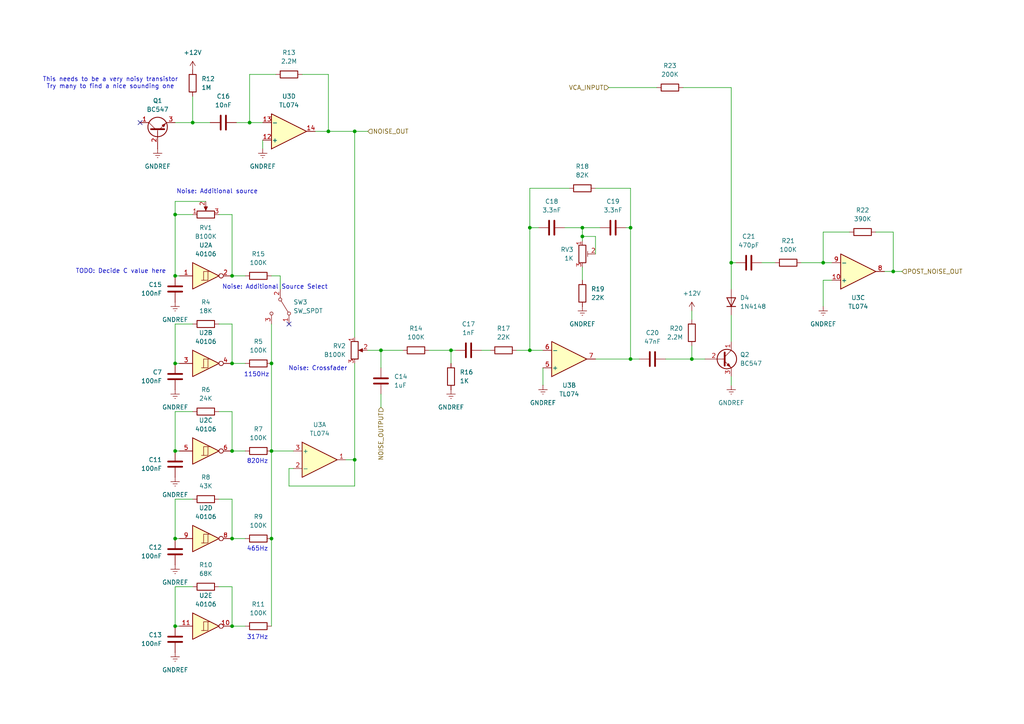
<source format=kicad_sch>
(kicad_sch (version 20231120) (generator "eeschema") (generator_version "8.0")
  (paper "A4")
  (lib_symbols
    (symbol "4xxx:40106" (pin_names (offset 1.016))
      (property "Reference" "U" (at 0 1.27 0))
      (property "Value" "40106" (at 0 -1.27 0))
      (symbol "40106_1_0"
        (polyline (pts (xy -0.635 -1.27) (xy -0.635 1.27) (xy 0.635 1.27)))
        (polyline (pts (xy -3.81 3.81) (xy -3.81 -3.81) (xy 3.81 0) (xy -3.81 3.81)) (stroke (width 0.254)) (fill (type background)))
        (polyline (pts (xy -1.27 -1.27) (xy 0.635 -1.27) (xy 0.635 1.27) (xy 1.27 1.27)))
        (pin input line (at -7.62 0 0) (length 3.81) (name "~") (number "1"))
        (pin output inverted (at 7.62 0 180) (length 3.81) (name "~") (number "2"))
      )
      (symbol "40106_2_0"
        (polyline (pts (xy -0.635 -1.27) (xy -0.635 1.27) (xy 0.635 1.27)))
        (polyline (pts (xy -3.81 3.81) (xy -3.81 -3.81) (xy 3.81 0) (xy -3.81 3.81)) (stroke (width 0.254)) (fill (type background)))
        (polyline (pts (xy -1.27 -1.27) (xy 0.635 -1.27) (xy 0.635 1.27) (xy 1.27 1.27)))
        (pin input line (at -7.62 0 0) (length 3.81) (name "~") (number "3"))
        (pin output inverted (at 7.62 0 180) (length 3.81) (name "~") (number "4"))
      )
      (symbol "40106_3_0"
        (polyline (pts (xy -0.635 -1.27) (xy -0.635 1.27) (xy 0.635 1.27)))
        (polyline (pts (xy -3.81 3.81) (xy -3.81 -3.81) (xy 3.81 0) (xy -3.81 3.81)) (stroke (width 0.254)) (fill (type background)))
        (polyline (pts (xy -1.27 -1.27) (xy 0.635 -1.27) (xy 0.635 1.27) (xy 1.27 1.27)))
        (pin input line (at -7.62 0 0) (length 3.81) (name "~") (number "5"))
        (pin output inverted (at 7.62 0 180) (length 3.81) (name "~") (number "6"))
      )
      (symbol "40106_4_0"
        (polyline (pts (xy -0.635 -1.27) (xy -0.635 1.27) (xy 0.635 1.27)))
        (polyline (pts (xy -3.81 3.81) (xy -3.81 -3.81) (xy 3.81 0) (xy -3.81 3.81)) (stroke (width 0.254)) (fill (type background)))
        (polyline (pts (xy -1.27 -1.27) (xy 0.635 -1.27) (xy 0.635 1.27) (xy 1.27 1.27)))
        (pin output inverted (at 7.62 0 180) (length 3.81) (name "~") (number "8"))
        (pin input line (at -7.62 0 0) (length 3.81) (name "~") (number "9"))
      )
      (symbol "40106_5_0"
        (polyline (pts (xy -0.635 -1.27) (xy -0.635 1.27) (xy 0.635 1.27)))
        (polyline (pts (xy -3.81 3.81) (xy -3.81 -3.81) (xy 3.81 0) (xy -3.81 3.81)) (stroke (width 0.254)) (fill (type background)))
        (polyline (pts (xy -1.27 -1.27) (xy 0.635 -1.27) (xy 0.635 1.27) (xy 1.27 1.27)))
        (pin output inverted (at 7.62 0 180) (length 3.81) (name "~") (number "10"))
        (pin input line (at -7.62 0 0) (length 3.81) (name "~") (number "11"))
      )
      (symbol "40106_6_0"
        (polyline (pts (xy -0.635 -1.27) (xy -0.635 1.27) (xy 0.635 1.27)))
        (polyline (pts (xy -3.81 3.81) (xy -3.81 -3.81) (xy 3.81 0) (xy -3.81 3.81)) (stroke (width 0.254)) (fill (type background)))
        (polyline (pts (xy -1.27 -1.27) (xy 0.635 -1.27) (xy 0.635 1.27) (xy 1.27 1.27)))
        (pin output inverted (at 7.62 0 180) (length 3.81) (name "~") (number "12"))
        (pin input line (at -7.62 0 0) (length 3.81) (name "~") (number "13"))
      )
      (symbol "40106_7_0"
        (pin power_in line (at 0 12.7 270) (length 5.08) (name "VDD") (number "14"))
        (pin power_in line (at 0 -12.7 90) (length 5.08) (name "VSS") (number "7"))
      )
      (symbol "40106_7_1"
        (rectangle (start -5.08 7.62) (end 5.08 -7.62) (stroke (width 0.254)) (fill (type background)))
      )
    )
    (symbol "Amplifier_Operational:TL074" (pin_names (offset 0.127))
      (property "Reference" "U" (at 0 5.08 0))
      (property "Value" "TL074" (at 0 -5.08 0))
      (symbol "TL074_1_1"
        (polyline (pts (xy -5.08 5.08) (xy 5.08 0) (xy -5.08 -5.08) (xy -5.08 5.08)) (stroke (width 0.254)) (fill (type background)))
        (pin output line (at 7.62 0 180) (length 2.54) (name "~") (number "1"))
        (pin input line (at -7.62 -2.54 0) (length 2.54) (name "-") (number "2"))
        (pin input line (at -7.62 2.54 0) (length 2.54) (name "+") (number "3"))
      )
      (symbol "TL074_2_1"
        (polyline (pts (xy -5.08 5.08) (xy 5.08 0) (xy -5.08 -5.08) (xy -5.08 5.08)) (stroke (width 0.254)) (fill (type background)))
        (pin input line (at -7.62 2.54 0) (length 2.54) (name "+") (number "5"))
        (pin input line (at -7.62 -2.54 0) (length 2.54) (name "-") (number "6"))
        (pin output line (at 7.62 0 180) (length 2.54) (name "~") (number "7"))
      )
      (symbol "TL074_3_1"
        (polyline (pts (xy -5.08 5.08) (xy 5.08 0) (xy -5.08 -5.08) (xy -5.08 5.08)) (stroke (width 0.254)) (fill (type background)))
        (pin input line (at -7.62 2.54 0) (length 2.54) (name "+") (number "10"))
        (pin output line (at 7.62 0 180) (length 2.54) (name "~") (number "8"))
        (pin input line (at -7.62 -2.54 0) (length 2.54) (name "-") (number "9"))
      )
      (symbol "TL074_4_1"
        (polyline (pts (xy -5.08 5.08) (xy 5.08 0) (xy -5.08 -5.08) (xy -5.08 5.08)) (stroke (width 0.254)) (fill (type background)))
        (pin input line (at -7.62 2.54 0) (length 2.54) (name "+") (number "12"))
        (pin input line (at -7.62 -2.54 0) (length 2.54) (name "-") (number "13"))
        (pin output line (at 7.62 0 180) (length 2.54) (name "~") (number "14"))
      )
      (symbol "TL074_5_1"
        (pin power_in line (at -2.54 -7.62 90) (length 3.81) (name "V-") (number "11"))
        (pin power_in line (at -2.54 7.62 270) (length 3.81) (name "V+") (number "4"))
      )
    )
    (symbol "Transistor_BJT:BC547" (pin_names (offset 0) hide)
      (property "Reference" "Q" (at 5.08 1.905 0))
      (property "Value" "BC547" (at 5.08 0 0))
      (symbol "BC547_0_1"
        (polyline (pts (xy 0 0) (xy 0.635 0)))
        (polyline (pts (xy 0.635 0.635) (xy 2.54 2.54)))
        (polyline (pts (xy 0.635 -0.635) (xy 2.54 -2.54) (xy 2.54 -2.54)))
        (polyline (pts (xy 0.635 1.905) (xy 0.635 -1.905) (xy 0.635 -1.905)) (stroke (width 0.508)))
        (polyline (pts (xy 1.27 -1.778) (xy 1.778 -1.27) (xy 2.286 -2.286) (xy 1.27 -1.778) (xy 1.27 -1.778)) (fill (type outline)))
        (circle (center 1.27 0) (radius 2.8194) (stroke (width 0.254)))
      )
      (symbol "BC547_1_1"
        (pin passive line (at 2.54 5.08 270) (length 2.54) (name "C") (number "1"))
        (pin input line (at -5.08 0 0) (length 5.08) (name "B") (number "2"))
        (pin passive line (at 2.54 -5.08 90) (length 2.54) (name "E") (number "3"))
      )
    )
    (symbol "power:+12V" (power) (pin_numbers hide) (pin_names (offset 0) hide)
      (property "Value" "+12V" (at 0 3.556 0))
      (symbol "+12V_0_1"
        (polyline (pts (xy -0.762 1.27) (xy 0 2.54)))
        (polyline (pts (xy 0 0) (xy 0 2.54)))
        (polyline (pts (xy 0 2.54) (xy 0.762 1.27)))
      )
      (symbol "+12V_1_1"
        (pin power_in line (at 0 0 90) (length 0) (name "~") (number "1"))
      )
    )
    (symbol "power:GNDREF" (power) (pin_numbers hide) (pin_names (offset 0) hide)
      (property "Value" "GNDREF" (at 0 -3.81 0))
      (symbol "GNDREF_0_1"
        (polyline (pts (xy -0.635 -1.905) (xy 0.635 -1.905)))
        (polyline (pts (xy -0.127 -2.54) (xy 0.127 -2.54)))
        (polyline (pts (xy 0 -1.27) (xy 0 0)))
        (polyline (pts (xy 1.27 -1.27) (xy -1.27 -1.27)))
      )
      (symbol "GNDREF_1_1"
        (pin power_in line (at 0 0 270) (length 0) (name "~") (number "1"))
      )
    )
    (symbol "synth:C_1uF (MKS)" (pin_numbers hide) (pin_names (offset 0.254))
      (property "Reference" "C" (at 3.048 1.016 0))
      (property "Value" "C_1uF (MKS)" (at 3.048 -1.016 0))
      (symbol "C_1uF (MKS)_0_1"
        (polyline (pts (xy -2.032 -0.762) (xy 2.032 -0.762)) (stroke (width 0.508)))
        (polyline (pts (xy -2.032 0.762) (xy 2.032 0.762)) (stroke (width 0.508)))
      )
      (symbol "C_1uF (MKS)_1_1"
        (pin passive line (at 0 3.81 270) (length 2.794) (name "~") (number "1"))
        (pin passive line (at 0 -3.81 90) (length 2.794) (name "~") (number "2"))
      )
    )
    (symbol "synth:C_sm (MKS)" (pin_numbers hide) (pin_names (offset 0.254))
      (property "Reference" "C" (at 2.794 1.27 0))
      (property "Value" "C_sm (MKS)" (at 2.794 -1.016 0))
      (symbol "C_sm (MKS)_0_1"
        (polyline (pts (xy -2.032 -0.762) (xy 2.032 -0.762)) (stroke (width 0.508)))
        (polyline (pts (xy -2.032 0.762) (xy 2.032 0.762)) (stroke (width 0.508)))
      )
      (symbol "C_sm (MKS)_1_1"
        (pin passive line (at 0 3.81 270) (length 2.794) (name "~") (number "1"))
        (pin passive line (at 0 -3.81 90) (length 2.794) (name "~") (number "2"))
      )
    )
    (symbol "synth:D_Signal (1N4148)" (pin_numbers hide) (pin_names hide)
      (property "Reference" "D" (at 0 2.54 0))
      (property "Value" "1N4148" (at 0 -2.54 0))
      (symbol "D_Signal (1N4148)_0_1"
        (polyline (pts (xy -1.27 1.27) (xy -1.27 -1.27)) (stroke (width 0.254)))
        (polyline (pts (xy 1.27 0) (xy -1.27 0)))
        (polyline (pts (xy 1.27 1.27) (xy 1.27 -1.27) (xy -1.27 0) (xy 1.27 1.27)) (stroke (width 0.254)))
      )
      (symbol "D_Signal (1N4148)_1_1"
        (pin passive line (at -3.81 0 0) (length 2.54) (name "K") (number "1"))
        (pin passive line (at 3.81 0 180) (length 2.54) (name "A") (number "2"))
      )
    )
    (symbol "synth:R_Default" (pin_numbers hide) (pin_names (offset 0))
      (property "Reference" "R" (at -2.032 0 90))
      (property "Value" "R1" (at 2.032 0 90))
      (symbol "R_Default_0_1"
        (rectangle (start 1.016 -2.54) (end -1.016 2.54) (stroke (width 0.254)))
      )
      (symbol "R_Default_1_1"
        (pin passive line (at 0 -3.81 90) (length 1.27) (name "~") (number "1"))
        (pin passive line (at 0 3.81 270) (length 1.27) (name "~") (number "2"))
      )
    )
    (symbol "synth:R_Potentiometer (P0915N)" (pin_names (offset 1.016) hide)
      (property "Reference" "RV" (at -4.445 0 90))
      (property "Value" "R_Potentiometer" (at -2.54 0 90))
      (symbol "R_Potentiometer (P0915N)_0_1"
        (rectangle (start -1.016 2.54) (end 1.016 -2.54) (stroke (width 0.254)))
        (polyline (pts (xy 2.54 0) (xy 1.524 0)))
        (polyline (pts (xy 1.143 0) (xy 2.286 0.508) (xy 2.286 -0.508) (xy 1.143 0)) (fill (type outline)))
      )
      (symbol "R_Potentiometer (P0915N)_1_1"
        (pin passive line (at 0 3.81 270) (length 1.27) (name "1") (number "1"))
        (pin passive line (at 3.81 0 180) (length 1.27) (name "2") (number "2"))
        (pin passive line (at 0 -3.81 90) (length 1.27) (name "3") (number "3"))
      )
    )
    (symbol "synth:R_Potentiometer_Trim (Bourns)" (pin_names (offset 1.016) hide)
      (property "Reference" "RV" (at -4.445 0 90))
      (property "Value" "R_Potentiometer_Trim (Bourns)" (at -2.54 0 90))
      (symbol "R_Potentiometer_Trim (Bourns)_0_1"
        (polyline (pts (xy 1.524 0.762) (xy 1.524 -0.762)))
        (polyline (pts (xy 2.54 0) (xy 1.524 0)))
        (rectangle (start 1.016 2.54) (end -1.016 -2.54) (stroke (width 0.254)))
      )
      (symbol "R_Potentiometer_Trim (Bourns)_1_1"
        (pin passive line (at 0 3.81 270) (length 1.27) (name "1") (number "1"))
        (pin passive line (at 3.81 0 180) (length 1.27) (name "2") (number "2"))
        (pin passive line (at 0 -3.81 90) (length 1.27) (name "3") (number "3"))
      )
    )
    (symbol "synth:SW_SPDT" (pin_names (offset 0) hide)
      (property "Reference" "SW" (at 0 5.08 0))
      (property "Value" "SW_SPDT" (at 0 -5.08 0))
      (symbol "SW_SPDT_0_1"
        (circle (center -2.032 0) (radius 0.4572))
        (polyline (pts (xy -1.651 0.254) (xy 1.651 2.286)))
        (circle (center 2.032 -2.54) (radius 0.4572))
        (circle (center 2.032 2.54) (radius 0.4572))
      )
      (symbol "SW_SPDT_1_1"
        (pin passive line (at 5.08 2.54 180) (length 2.54) (name "A") (number "1"))
        (pin passive line (at -5.08 0 0) (length 2.54) (name "B") (number "2"))
        (pin passive line (at 5.08 -2.54 180) (length 2.54) (name "C") (number "3"))
      )
    )
  )
  (junction (at 168.91 68.58))
  (junction (at 130.81 101.6))
  (junction (at 238.76 76.2))
  (junction (at 153.67 101.6))
  (junction (at 50.8 80.01))
  (junction (at 102.87 133.35))
  (junction (at 78.74 156.21))
  (junction (at 50.8 156.21))
  (junction (at 259.08 78.74))
  (junction (at 110.49 101.6))
  (junction (at 78.74 105.41))
  (junction (at 72.39 35.56))
  (junction (at 50.8 105.41))
  (junction (at 67.31 181.61))
  (junction (at 212.09 76.2))
  (junction (at 67.31 156.21))
  (junction (at 55.88 35.56))
  (junction (at 102.87 38.1))
  (junction (at 50.8 181.61))
  (junction (at 50.8 62.23))
  (junction (at 78.74 130.81))
  (junction (at 182.88 104.14))
  (junction (at 168.91 66.04))
  (junction (at 153.67 66.04))
  (junction (at 67.31 105.41))
  (junction (at 67.31 80.01))
  (junction (at 67.31 130.81))
  (junction (at 200.66 104.14))
  (junction (at 95.25 38.1))
  (junction (at 50.8 130.81))
  (junction (at 182.88 66.04))
  (no_connect (at 83.82 93.98))
  (no_connect (at 40.64 35.56))
  (wire (pts (xy 63.5 119.38) (xy 67.31 119.38)))
  (wire (pts (xy 212.09 76.2) (xy 213.36 76.2)))
  (wire (pts (xy 220.98 76.2) (xy 224.79 76.2)))
  (wire (pts (xy 153.67 101.6) (xy 157.48 101.6)))
  (wire (pts (xy 50.8 130.81) (xy 52.07 130.81)))
  (wire (pts (xy 50.8 105.41) (xy 52.07 105.41)))
  (wire (pts (xy 182.88 66.04) (xy 182.88 54.61)))
  (wire (pts (xy 212.09 83.82) (xy 212.09 76.2)))
  (wire (pts (xy 130.81 101.6) (xy 132.08 101.6)))
  (wire (pts (xy 124.46 101.6) (xy 130.81 101.6)))
  (wire (pts (xy 50.8 170.18) (xy 50.8 181.61)))
  (wire (pts (xy 156.21 66.04) (xy 153.67 66.04)))
  (wire (pts (xy 238.76 81.28) (xy 238.76 88.9)))
  (wire (pts (xy 102.87 38.1) (xy 102.87 97.79)))
  (wire (pts (xy 110.49 106.68) (xy 110.49 101.6)))
  (wire (pts (xy 55.88 170.18) (xy 50.8 170.18)))
  (wire (pts (xy 50.8 156.21) (xy 52.07 156.21)))
  (wire (pts (xy 176.53 25.4) (xy 190.5 25.4)))
  (wire (pts (xy 238.76 67.31) (xy 238.76 76.2)))
  (wire (pts (xy 63.5 144.78) (xy 67.31 144.78)))
  (wire (pts (xy 110.49 101.6) (xy 116.84 101.6)))
  (wire (pts (xy 60.96 35.56) (xy 55.88 35.56)))
  (wire (pts (xy 50.8 93.98) (xy 50.8 105.41)))
  (wire (pts (xy 168.91 69.85) (xy 168.91 68.58)))
  (wire (pts (xy 181.61 66.04) (xy 182.88 66.04)))
  (wire (pts (xy 50.8 58.42) (xy 50.8 62.23)))
  (wire (pts (xy 259.08 78.74) (xy 259.08 67.31)))
  (wire (pts (xy 165.1 54.61) (xy 153.67 54.61)))
  (wire (pts (xy 168.91 68.58) (xy 168.91 66.04)))
  (wire (pts (xy 55.88 144.78) (xy 50.8 144.78)))
  (wire (pts (xy 95.25 21.59) (xy 95.25 38.1)))
  (wire (pts (xy 67.31 119.38) (xy 67.31 130.81)))
  (wire (pts (xy 95.25 38.1) (xy 102.87 38.1)))
  (wire (pts (xy 182.88 104.14) (xy 185.42 104.14)))
  (wire (pts (xy 71.12 130.81) (xy 67.31 130.81)))
  (wire (pts (xy 55.88 62.23) (xy 50.8 62.23)))
  (wire (pts (xy 172.72 73.66) (xy 172.72 68.58)))
  (wire (pts (xy 63.5 62.23) (xy 67.31 62.23)))
  (wire (pts (xy 76.2 40.64) (xy 76.2 43.18)))
  (wire (pts (xy 72.39 35.56) (xy 76.2 35.56)))
  (wire (pts (xy 67.31 93.98) (xy 67.31 105.41)))
  (wire (pts (xy 78.74 93.98) (xy 78.74 105.41)))
  (wire (pts (xy 259.08 78.74) (xy 261.62 78.74)))
  (wire (pts (xy 212.09 111.76) (xy 212.09 109.22)))
  (wire (pts (xy 78.74 130.81) (xy 85.09 130.81)))
  (wire (pts (xy 95.25 38.1) (xy 91.44 38.1)))
  (wire (pts (xy 100.33 133.35) (xy 102.87 133.35)))
  (wire (pts (xy 193.04 104.14) (xy 200.66 104.14)))
  (wire (pts (xy 83.82 140.97) (xy 102.87 140.97)))
  (wire (pts (xy 149.86 101.6) (xy 153.67 101.6)))
  (wire (pts (xy 87.63 21.59) (xy 95.25 21.59)))
  (wire (pts (xy 259.08 67.31) (xy 254 67.31)))
  (wire (pts (xy 72.39 21.59) (xy 72.39 35.56)))
  (wire (pts (xy 102.87 140.97) (xy 102.87 133.35)))
  (wire (pts (xy 50.8 62.23) (xy 50.8 80.01)))
  (wire (pts (xy 142.24 101.6) (xy 139.7 101.6)))
  (wire (pts (xy 67.31 62.23) (xy 67.31 80.01)))
  (wire (pts (xy 78.74 105.41) (xy 78.74 130.81)))
  (wire (pts (xy 67.31 144.78) (xy 67.31 156.21)))
  (wire (pts (xy 200.66 104.14) (xy 204.47 104.14)))
  (wire (pts (xy 71.12 181.61) (xy 67.31 181.61)))
  (wire (pts (xy 163.83 66.04) (xy 168.91 66.04)))
  (wire (pts (xy 256.54 78.74) (xy 259.08 78.74)))
  (wire (pts (xy 50.8 119.38) (xy 50.8 130.81)))
  (wire (pts (xy 55.88 119.38) (xy 50.8 119.38)))
  (wire (pts (xy 172.72 104.14) (xy 182.88 104.14)))
  (wire (pts (xy 106.68 101.6) (xy 110.49 101.6)))
  (wire (pts (xy 102.87 105.41) (xy 102.87 133.35)))
  (wire (pts (xy 55.88 27.94) (xy 55.88 35.56)))
  (wire (pts (xy 130.81 105.41) (xy 130.81 101.6)))
  (wire (pts (xy 78.74 156.21) (xy 78.74 181.61)))
  (wire (pts (xy 71.12 80.01) (xy 67.31 80.01)))
  (wire (pts (xy 246.38 67.31) (xy 238.76 67.31)))
  (wire (pts (xy 110.49 118.11) (xy 110.49 114.3)))
  (wire (pts (xy 172.72 68.58) (xy 168.91 68.58)))
  (wire (pts (xy 50.8 181.61) (xy 52.07 181.61)))
  (wire (pts (xy 232.41 76.2) (xy 238.76 76.2)))
  (wire (pts (xy 81.28 83.82) (xy 81.28 80.01)))
  (wire (pts (xy 241.3 81.28) (xy 238.76 81.28)))
  (wire (pts (xy 68.58 35.56) (xy 72.39 35.56)))
  (wire (pts (xy 71.12 105.41) (xy 67.31 105.41)))
  (wire (pts (xy 80.01 21.59) (xy 72.39 21.59)))
  (wire (pts (xy 182.88 54.61) (xy 172.72 54.61)))
  (wire (pts (xy 78.74 130.81) (xy 78.74 156.21)))
  (wire (pts (xy 106.68 38.1) (xy 102.87 38.1)))
  (wire (pts (xy 200.66 90.17) (xy 200.66 92.71)))
  (wire (pts (xy 50.8 80.01) (xy 52.07 80.01)))
  (wire (pts (xy 55.88 93.98) (xy 50.8 93.98)))
  (wire (pts (xy 83.82 135.89) (xy 83.82 140.97)))
  (wire (pts (xy 63.5 93.98) (xy 67.31 93.98)))
  (wire (pts (xy 212.09 25.4) (xy 198.12 25.4)))
  (wire (pts (xy 182.88 66.04) (xy 182.88 104.14)))
  (wire (pts (xy 55.88 35.56) (xy 50.8 35.56)))
  (wire (pts (xy 153.67 66.04) (xy 153.67 101.6)))
  (wire (pts (xy 50.8 144.78) (xy 50.8 156.21)))
  (wire (pts (xy 85.09 135.89) (xy 83.82 135.89)))
  (wire (pts (xy 71.12 156.21) (xy 67.31 156.21)))
  (wire (pts (xy 81.28 80.01) (xy 78.74 80.01)))
  (wire (pts (xy 212.09 25.4) (xy 212.09 76.2)))
  (wire (pts (xy 67.31 170.18) (xy 67.31 181.61)))
  (wire (pts (xy 59.69 58.42) (xy 50.8 58.42)))
  (wire (pts (xy 63.5 170.18) (xy 67.31 170.18)))
  (wire (pts (xy 212.09 91.44) (xy 212.09 99.06)))
  (wire (pts (xy 168.91 81.28) (xy 168.91 77.47)))
  (wire (pts (xy 168.91 66.04) (xy 173.99 66.04)))
  (wire (pts (xy 153.67 54.61) (xy 153.67 66.04)))
  (wire (pts (xy 238.76 76.2) (xy 241.3 76.2)))
  (wire (pts (xy 200.66 100.33) (xy 200.66 104.14)))
  (wire (pts (xy 157.48 111.76) (xy 157.48 106.68)))
  (text "This needs to be a very noisy transistor\nTry many to find a nice sounding one" (at 32.004 24.13 0) (effects (font (size 1.27 1.27))))
  (text "820Hz" (at 74.676 133.858 0) (effects (font (size 1.27 1.27))))
  (text "Noise: Additional Source Select" (at 79.756 83.312 0) (effects (font (size 1.27 1.27))))
  (text "TODO: Decide C value here" (at 35.052 78.74 0) (effects (font (size 1.27 1.27))))
  (text "Noise: Crossfader" (at 92.202 106.934 0) (effects (font (size 1.27 1.27))))
  (text "317Hz" (at 74.676 184.912 0) (effects (font (size 1.27 1.27))))
  (text "Noise: Additional source" (at 62.992 55.626 0) (effects (font (size 1.27 1.27))))
  (text "1150Hz" (at 74.422 108.712 0) (effects (font (size 1.27 1.27))))
  (text "465Hz" (at 74.676 159.258 0) (effects (font (size 1.27 1.27))))
  (hierarchical_label "POST_NOISE_OUT" (shape input) (at 261.62 78.74 0))
  (hierarchical_label "VCA_INPUT" (shape input) (at 176.53 25.4 180))
  (hierarchical_label "NOISE_OUTPUT" (shape input) (at 110.49 118.11 270))
  (hierarchical_label "NOISE_OUT" (shape input) (at 106.68 38.1 0))
  (symbol (lib_id "synth:C_sm (MKS)") (at 50.8 160.02 180) (unit 1)
    (property "Reference" "C12" (at 46.99 158.7499 0) (effects (justify left)))
    (property "Value" "100nF" (at 46.99 161.2899 0) (effects (justify left)))
    (property "Footprint" "Synth:C_RECT_WIMA_0.1uF" (effects (hide yes)))
    (property "Description" "Unpolarized capacitor" (effects (hide yes)))
  )
  (symbol (lib_id "synth:R_Default") (at 55.88 24.13 0) (unit 1)
    (property "Reference" "R12" (at 58.42 22.8599 0) (effects (justify left)))
    (property "Value" "1M" (at 58.42 25.3999 0) (effects (justify left)))
    (property "Footprint" "Synth:R_Default (DIN0207)" (effects (hide yes)))
    (property "Description" "Resistor" (effects (hide yes)))
  )
  (symbol (lib_id "Transistor_BJT:BC547") (at 209.55 104.14 0) (unit 1)
    (property "Reference" "Q2" (at 214.63 102.8699 0) (effects (justify left)))
    (property "Value" "BC547" (at 214.63 105.4099 0) (effects (justify left)))
    (property "Footprint" "Package_TO_SOT_THT:TO-92_Inline" (effects (hide yes)))
    (property "Datasheet" "https://www.onsemi.com/pub/Collateral/BC550-D.pdf" (effects (hide yes)))
    (property "Description" "0.1A Ic, 45V Vce, Small Signal NPN Transistor, TO-92" (effects (hide yes)))
  )
  (symbol (lib_id "power:+12V") (at 200.66 90.17 0) (unit 1)
    (property "Reference" "#PWR042" (effects (hide yes)))
    (property "Value" "+12V" (at 200.66 85.09 0))
    (property "Description" "Power symbol creates a global label with name \"+12V\"" (effects (hide yes)))
  )
  (symbol (lib_id "Amplifier_Operational:TL074") (at 92.71 133.35 0) (unit 1)
    (property "Reference" "U3" (at 92.71 123.19 0))
    (property "Value" "TL074" (at 92.71 125.73 0))
    (property "Footprint" "Package_DIP:DIP-14_W7.62mm_Socket_LongPads" (effects (hide yes)))
    (property "Datasheet" "http://www.ti.com/lit/ds/symlink/tl071.pdf" (effects (hide yes)))
    (property "Description" "Quad Low-Noise JFET-Input Operational Amplifiers, DIP-14/SOIC-14" (effects (hide yes)))
  )
  (symbol (lib_id "synth:R_Default") (at 146.05 101.6 90) (unit 1)
    (property "Reference" "R17" (at 146.05 95.25 90))
    (property "Value" "22K" (at 146.05 97.79 90))
    (property "Footprint" "Synth:R_Default (DIN0207)" (effects (hide yes)))
    (property "Description" "Resistor" (effects (hide yes)))
  )
  (symbol (lib_id "power:GNDREF") (at 76.2 43.18 0) (unit 1)
    (property "Reference" "#PWR038" (effects (hide yes)))
    (property "Value" "GNDREF" (at 76.2 48.26 0))
    (property "Description" "Power symbol creates a global label with name \"GNDREF\" , reference supply ground" (effects (hide yes)))
  )
  (symbol (lib_id "synth:C_sm (MKS)") (at 50.8 109.22 180) (unit 1)
    (property "Reference" "C7" (at 46.99 107.9499 0) (effects (justify left)))
    (property "Value" "100nF" (at 46.99 110.4899 0) (effects (justify left)))
    (property "Footprint" "Synth:C_RECT_WIMA_0.1uF" (effects (hide yes)))
    (property "Description" "Unpolarized capacitor" (effects (hide yes)))
  )
  (symbol (lib_id "power:GNDREF") (at 50.8 113.03 0) (unit 1)
    (property "Reference" "#PWR026" (effects (hide yes)))
    (property "Value" "GNDREF" (at 50.8 118.11 0))
    (property "Description" "Power symbol creates a global label with name \"GNDREF\" , reference supply ground" (effects (hide yes)))
  )
  (symbol (lib_id "synth:R_Default") (at 83.82 21.59 90) (unit 1)
    (property "Reference" "R13" (at 83.82 15.24 90))
    (property "Value" "2.2M" (at 83.82 17.78 90))
    (property "Footprint" "Synth:R_Default (DIN0207)" (effects (hide yes)))
    (property "Description" "Resistor" (effects (hide yes)))
  )
  (symbol (lib_id "Transistor_BJT:BC547") (at 45.72 38.1 90) (unit 1)
    (property "Reference" "Q1" (at 45.72 29.21 90))
    (property "Value" "BC547" (at 45.72 31.75 90))
    (property "Footprint" "Package_TO_SOT_THT:TO-92_Inline" (effects (hide yes)))
    (property "Datasheet" "https://www.onsemi.com/pub/Collateral/BC550-D.pdf" (effects (hide yes)))
    (property "Description" "0.1A Ic, 45V Vce, Small Signal NPN Transistor, TO-92" (effects (hide yes)))
  )
  (symbol (lib_id "Amplifier_Operational:TL074") (at 165.1 104.14 0) (mirror x) (unit 2)
    (property "Reference" "U3" (at 165.1 111.76 0))
    (property "Value" "TL074" (at 165.1 114.3 0))
    (property "Footprint" "Package_DIP:DIP-14_W7.62mm_Socket_LongPads" (effects (hide yes)))
    (property "Datasheet" "http://www.ti.com/lit/ds/symlink/tl071.pdf" (effects (hide yes)))
    (property "Description" "Quad Low-Noise JFET-Input Operational Amplifiers, DIP-14/SOIC-14" (effects (hide yes)))
  )
  (symbol (lib_id "power:GNDREF") (at 157.48 111.76 0) (unit 1)
    (property "Reference" "#PWR040" (effects (hide yes)))
    (property "Value" "GNDREF" (at 157.48 116.84 0))
    (property "Description" "Power symbol creates a global label with name \"GNDREF\" , reference supply ground" (effects (hide yes)))
  )
  (symbol (lib_id "power:GNDREF") (at 50.8 138.43 0) (unit 1)
    (property "Reference" "#PWR032" (effects (hide yes)))
    (property "Value" "GNDREF" (at 50.8 143.51 0))
    (property "Description" "Power symbol creates a global label with name \"GNDREF\" , reference supply ground" (effects (hide yes)))
  )
  (symbol (lib_id "4xxx:40106") (at 59.69 80.01 0) (unit 1)
    (property "Reference" "U2" (at 59.69 71.12 0))
    (property "Value" "40106" (at 59.69 73.66 0))
    (property "Footprint" "Package_DIP:DIP-14_W7.62mm_Socket_LongPads" (effects (hide yes)))
    (property "Datasheet" "https://assets.nexperia.com/documents/data-sheet/HEF40106B.pdf" (effects (hide yes)))
    (property "Description" "Hex Schmitt trigger inverter" (effects (hide yes)))
  )
  (symbol (lib_id "synth:R_Default") (at 74.93 130.81 90) (unit 1)
    (property "Reference" "R7" (at 74.93 124.46 90))
    (property "Value" "100K" (at 74.93 127 90))
    (property "Footprint" "Synth:R_Default (DIN0207)" (effects (hide yes)))
    (property "Description" "Resistor" (effects (hide yes)))
  )
  (symbol (lib_id "power:+12V") (at 55.88 20.32 0) (unit 1)
    (property "Reference" "#PWR037" (effects (hide yes)))
    (property "Value" "+12V" (at 55.88 15.24 0))
    (property "Description" "Power symbol creates a global label with name \"+12V\"" (effects (hide yes)))
  )
  (symbol (lib_id "synth:R_Potentiometer_Trim (Bourns)") (at 168.91 73.66 0) (unit 1)
    (property "Reference" "RV3" (at 166.37 72.3899 0) (effects (justify right)))
    (property "Value" "1K" (at 166.37 74.9299 0) (effects (justify right)))
    (property "Footprint" "Synth:Potentiometer_Bourns_3296W_Vertical" (effects (hide yes)))
    (property "Description" "Trim-potentiometer" (effects (hide yes)))
  )
  (symbol (lib_id "synth:C_sm (MKS)") (at 160.02 66.04 270) (unit 1)
    (property "Reference" "C18" (at 160.02 58.42 90))
    (property "Value" "3.3nF" (at 160.02 60.96 90))
    (property "Footprint" "Synth:C_RECT_WIMA_0.1uF" (effects (hide yes)))
    (property "Description" "Unpolarized capacitor" (effects (hide yes)))
  )
  (symbol (lib_id "synth:D_Signal (1N4148)") (at 212.09 87.63 90) (unit 1)
    (property "Reference" "D4" (at 214.63 86.3599 90) (effects (justify right)))
    (property "Value" "1N4148" (at 214.63 88.8999 90) (effects (justify right)))
    (property "Footprint" "Synth:D_DO-35_SOD27_P7.62mm_Horizontal" (effects (hide yes)))
    (property "Datasheet" "https://assets.nexperia.com/documents/data-sheet/1N4148_1N4448.pdf" (effects (hide yes)))
    (property "Description" "100V 0.15A standard switching diode, DO-35" (effects (hide yes)))
    (property "Sim.Device" "D" (effects (hide yes)))
    (property "Sim.Pins" "1=K 2=A" (effects (hide yes)))
  )
  (symbol (lib_id "synth:R_Default") (at 74.93 181.61 90) (unit 1)
    (property "Reference" "R11" (at 74.93 175.26 90))
    (property "Value" "100K" (at 74.93 177.8 90))
    (property "Footprint" "Synth:R_Default (DIN0207)" (effects (hide yes)))
    (property "Description" "Resistor" (effects (hide yes)))
  )
  (symbol (lib_id "power:GNDREF") (at 45.72 43.18 0) (unit 1)
    (property "Reference" "#PWR035" (effects (hide yes)))
    (property "Value" "GNDREF" (at 45.72 48.26 0))
    (property "Description" "Power symbol creates a global label with name \"GNDREF\" , reference supply ground" (effects (hide yes)))
  )
  (symbol (lib_id "synth:C_sm (MKS)") (at 177.8 66.04 270) (unit 1)
    (property "Reference" "C19" (at 177.8 58.42 90))
    (property "Value" "3.3nF" (at 177.8 60.96 90))
    (property "Footprint" "Synth:C_RECT_WIMA_0.1uF" (effects (hide yes)))
    (property "Description" "Unpolarized capacitor" (effects (hide yes)))
  )
  (symbol (lib_id "synth:R_Default") (at 194.31 25.4 270) (unit 1)
    (property "Reference" "R23" (at 194.31 19.05 90))
    (property "Value" "200K" (at 194.31 21.59 90))
    (property "Footprint" "Synth:R_Default (DIN0207)" (effects (hide yes)))
    (property "Description" "Resistor" (effects (hide yes)))
  )
  (symbol (lib_id "synth:C_sm (MKS)") (at 217.17 76.2 270) (unit 1)
    (property "Reference" "C21" (at 217.17 68.58 90))
    (property "Value" "470pF" (at 217.17 71.12 90))
    (property "Footprint" "Synth:C_RECT_WIMA_0.1uF" (effects (hide yes)))
    (property "Description" "Unpolarized capacitor" (effects (hide yes)))
  )
  (symbol (lib_id "synth:C_sm (MKS)") (at 50.8 83.82 180) (unit 1)
    (property "Reference" "C15" (at 46.99 82.5499 0) (effects (justify left)))
    (property "Value" "100nF" (at 46.99 85.0899 0) (effects (justify left)))
    (property "Footprint" "Synth:C_RECT_WIMA_0.1uF" (effects (hide yes)))
    (property "Description" "Unpolarized capacitor" (effects (hide yes)))
  )
  (symbol (lib_id "4xxx:40106") (at 59.69 130.81 0) (unit 3)
    (property "Reference" "U2" (at 59.69 121.92 0))
    (property "Value" "40106" (at 59.69 124.46 0))
    (property "Footprint" "Package_DIP:DIP-14_W7.62mm_Socket_LongPads" (effects (hide yes)))
    (property "Datasheet" "https://assets.nexperia.com/documents/data-sheet/HEF40106B.pdf" (effects (hide yes)))
    (property "Description" "Hex Schmitt trigger inverter" (effects (hide yes)))
  )
  (symbol (lib_id "synth:C_sm (MKS)") (at 189.23 104.14 270) (unit 1)
    (property "Reference" "C20" (at 189.23 96.52 90))
    (property "Value" "47nF" (at 189.23 99.06 90))
    (property "Footprint" "Synth:C_RECT_WIMA_0.1uF" (effects (hide yes)))
    (property "Description" "Unpolarized capacitor" (effects (hide yes)))
  )
  (symbol (lib_id "power:GNDREF") (at 238.76 88.9 0) (unit 1)
    (property "Reference" "#PWR044" (effects (hide yes)))
    (property "Value" "GNDREF" (at 238.76 93.98 0))
    (property "Description" "Power symbol creates a global label with name \"GNDREF\" , reference supply ground" (effects (hide yes)))
  )
  (symbol (lib_id "power:GNDREF") (at 50.8 163.83 0) (unit 1)
    (property "Reference" "#PWR033" (effects (hide yes)))
    (property "Value" "GNDREF" (at 50.8 168.91 0))
    (property "Description" "Power symbol creates a global label with name \"GNDREF\" , reference supply ground" (effects (hide yes)))
  )
  (symbol (lib_id "power:GNDREF") (at 168.91 88.9 0) (unit 1)
    (property "Reference" "#PWR041" (effects (hide yes)))
    (property "Value" "GNDREF" (at 168.91 93.98 0))
    (property "Description" "Power symbol creates a global label with name \"GNDREF\" , reference supply ground" (effects (hide yes)))
  )
  (symbol (lib_id "synth:R_Default") (at 59.69 170.18 90) (unit 1)
    (property "Reference" "R10" (at 59.69 163.83 90))
    (property "Value" "68K" (at 59.69 166.37 90))
    (property "Footprint" "Synth:R_Default (DIN0207)" (effects (hide yes)))
    (property "Description" "Resistor" (effects (hide yes)))
  )
  (symbol (lib_id "synth:R_Default") (at 74.93 80.01 90) (unit 1)
    (property "Reference" "R15" (at 74.93 73.66 90))
    (property "Value" "100K" (at 74.93 76.2 90))
    (property "Footprint" "Synth:R_Default (DIN0207)" (effects (hide yes)))
    (property "Description" "Resistor" (effects (hide yes)))
  )
  (symbol (lib_id "synth:R_Default") (at 59.69 93.98 90) (unit 1)
    (property "Reference" "R4" (at 59.69 87.63 90))
    (property "Value" "18K" (at 59.69 90.17 90))
    (property "Footprint" "Synth:R_Default (DIN0207)" (effects (hide yes)))
    (property "Description" "Resistor" (effects (hide yes)))
  )
  (symbol (lib_id "synth:R_Default") (at 200.66 96.52 180) (unit 1)
    (property "Reference" "R20" (at 198.12 95.2499 0) (effects (justify left)))
    (property "Value" "2.2M" (at 198.12 97.7899 0) (effects (justify left)))
    (property "Footprint" "Synth:R_Default (DIN0207)" (effects (hide yes)))
    (property "Description" "Resistor" (effects (hide yes)))
  )
  (symbol (lib_id "Amplifier_Operational:TL074") (at 83.82 38.1 0) (mirror x) (unit 4)
    (property "Reference" "U3" (at 83.82 27.94 0))
    (property "Value" "TL074" (at 83.82 30.48 0))
    (property "Footprint" "Package_DIP:DIP-14_W7.62mm_Socket_LongPads" (effects (hide yes)))
    (property "Datasheet" "http://www.ti.com/lit/ds/symlink/tl071.pdf" (effects (hide yes)))
    (property "Description" "Quad Low-Noise JFET-Input Operational Amplifiers, DIP-14/SOIC-14" (effects (hide yes)))
  )
  (symbol (lib_id "synth:R_Default") (at 250.19 67.31 90) (unit 1)
    (property "Reference" "R22" (at 250.19 60.96 90))
    (property "Value" "390K" (at 250.19 63.5 90))
    (property "Footprint" "Synth:R_Default (DIN0207)" (effects (hide yes)))
    (property "Description" "Resistor" (effects (hide yes)))
  )
  (symbol (lib_id "synth:R_Default") (at 130.81 109.22 180) (unit 1)
    (property "Reference" "R16" (at 133.35 107.9499 0) (effects (justify right)))
    (property "Value" "1K" (at 133.35 110.4899 0) (effects (justify right)))
    (property "Footprint" "Synth:R_Default (DIN0207)" (effects (hide yes)))
    (property "Description" "Resistor" (effects (hide yes)))
  )
  (symbol (lib_id "power:GNDREF") (at 50.8 189.23 0) (unit 1)
    (property "Reference" "#PWR034" (effects (hide yes)))
    (property "Value" "GNDREF" (at 50.8 194.31 0))
    (property "Description" "Power symbol creates a global label with name \"GNDREF\" , reference supply ground" (effects (hide yes)))
  )
  (symbol (lib_id "synth:C_1uF (MKS)") (at 110.49 110.49 0) (unit 1)
    (property "Reference" "C14" (at 114.3 109.2199 0) (effects (justify left)))
    (property "Value" "1uF" (at 114.3 111.7599 0) (effects (justify left)))
    (property "Footprint" "Synth:C_RECT_MKT_1uF" (effects (hide yes)))
    (property "Description" "Unpolarized capacitor" (effects (hide yes)))
  )
  (symbol (lib_id "synth:SW_SPDT") (at 81.28 88.9 270) (unit 1)
    (property "Reference" "SW3" (at 85.09 87.6299 90) (effects (justify left)))
    (property "Value" "SW_SPDT" (at 85.09 90.1699 90) (effects (justify left)))
    (property "Footprint" "Synth:SW_default" (effects (hide yes)))
    (property "Description" "Switch, single pole double throw" (effects (hide yes)))
  )
  (symbol (lib_id "power:GNDREF") (at 130.81 113.03 0) (unit 1)
    (property "Reference" "#PWR039" (effects (hide yes)))
    (property "Value" "GNDREF" (at 130.81 118.11 0))
    (property "Description" "Power symbol creates a global label with name \"GNDREF\" , reference supply ground" (effects (hide yes)))
  )
  (symbol (lib_id "synth:R_Default") (at 120.65 101.6 90) (unit 1)
    (property "Reference" "R14" (at 120.65 95.25 90))
    (property "Value" "100K" (at 120.65 97.79 90))
    (property "Footprint" "Synth:R_Default (DIN0207)" (effects (hide yes)))
    (property "Description" "Resistor" (effects (hide yes)))
  )
  (symbol (lib_id "synth:C_sm (MKS)") (at 64.77 35.56 270) (unit 1)
    (property "Reference" "C16" (at 64.77 27.94 90))
    (property "Value" "10nF" (at 64.77 30.48 90))
    (property "Footprint" "Synth:C_RECT_WIMA_0.1uF" (effects (hide yes)))
    (property "Description" "Unpolarized capacitor" (effects (hide yes)))
  )
  (symbol (lib_id "synth:R_Potentiometer (P0915N)") (at 102.87 101.6 0) (unit 1)
    (property "Reference" "RV2" (at 100.33 100.3299 0) (effects (justify right)))
    (property "Value" "B100K" (at 100.33 102.8699 0) (effects (justify right)))
    (property "Footprint" "Synth:Potentiometer_TT_P0915N" (effects (hide yes)))
    (property "Description" "Potentiometer" (effects (hide yes)))
  )
  (symbol (lib_id "synth:R_Default") (at 59.69 144.78 90) (unit 1)
    (property "Reference" "R8" (at 59.69 138.43 90))
    (property "Value" "43K" (at 59.69 140.97 90))
    (property "Footprint" "Synth:R_Default (DIN0207)" (effects (hide yes)))
    (property "Description" "Resistor" (effects (hide yes)))
  )
  (symbol (lib_id "Amplifier_Operational:TL074") (at 248.92 78.74 0) (mirror x) (unit 3)
    (property "Reference" "U3" (at 248.92 86.36 0))
    (property "Value" "TL074" (at 248.92 88.9 0))
    (property "Footprint" "Package_DIP:DIP-14_W7.62mm_Socket_LongPads" (effects (hide yes)))
    (property "Datasheet" "http://www.ti.com/lit/ds/symlink/tl071.pdf" (effects (hide yes)))
    (property "Description" "Quad Low-Noise JFET-Input Operational Amplifiers, DIP-14/SOIC-14" (effects (hide yes)))
  )
  (symbol (lib_id "power:GNDREF") (at 212.09 111.76 0) (unit 1)
    (property "Reference" "#PWR043" (effects (hide yes)))
    (property "Value" "GNDREF" (at 212.09 116.84 0))
    (property "Description" "Power symbol creates a global label with name \"GNDREF\" , reference supply ground" (effects (hide yes)))
  )
  (symbol (lib_id "power:GNDREF") (at 50.8 87.63 0) (unit 1)
    (property "Reference" "#PWR036" (effects (hide yes)))
    (property "Value" "GNDREF" (at 50.8 92.71 0))
    (property "Description" "Power symbol creates a global label with name \"GNDREF\" , reference supply ground" (effects (hide yes)))
  )
  (symbol (lib_id "synth:R_Default") (at 59.69 119.38 90) (unit 1)
    (property "Reference" "R6" (at 59.69 113.03 90))
    (property "Value" "24K" (at 59.69 115.57 90))
    (property "Footprint" "Synth:R_Default (DIN0207)" (effects (hide yes)))
    (property "Description" "Resistor" (effects (hide yes)))
  )
  (symbol (lib_id "synth:R_Default") (at 74.93 156.21 90) (unit 1)
    (property "Reference" "R9" (at 74.93 149.86 90))
    (property "Value" "100K" (at 74.93 152.4 90))
    (property "Footprint" "Synth:R_Default (DIN0207)" (effects (hide yes)))
    (property "Description" "Resistor" (effects (hide yes)))
  )
  (symbol (lib_id "synth:R_Default") (at 168.91 85.09 180) (unit 1)
    (property "Reference" "R19" (at 171.45 83.8199 0) (effects (justify right)))
    (property "Value" "22K" (at 171.45 86.3599 0) (effects (justify right)))
    (property "Footprint" "Synth:R_Default (DIN0207)" (effects (hide yes)))
    (property "Description" "Resistor" (effects (hide yes)))
  )
  (symbol (lib_id "synth:C_sm (MKS)") (at 50.8 134.62 180) (unit 1)
    (property "Reference" "C11" (at 46.99 133.3499 0) (effects (justify left)))
    (property "Value" "100nF" (at 46.99 135.8899 0) (effects (justify left)))
    (property "Footprint" "Synth:C_RECT_WIMA_0.1uF" (effects (hide yes)))
    (property "Description" "Unpolarized capacitor" (effects (hide yes)))
  )
  (symbol (lib_id "synth:R_Default") (at 74.93 105.41 90) (unit 1)
    (property "Reference" "R5" (at 74.93 99.06 90))
    (property "Value" "100K" (at 74.93 101.6 90))
    (property "Footprint" "Synth:R_Default (DIN0207)" (effects (hide yes)))
    (property "Description" "Resistor" (effects (hide yes)))
  )
  (symbol (lib_id "4xxx:40106") (at 59.69 156.21 0) (unit 4)
    (property "Reference" "U2" (at 59.69 147.32 0))
    (property "Value" "40106" (at 59.69 149.86 0))
    (property "Footprint" "Package_DIP:DIP-14_W7.62mm_Socket_LongPads" (effects (hide yes)))
    (property "Datasheet" "https://assets.nexperia.com/documents/data-sheet/HEF40106B.pdf" (effects (hide yes)))
    (property "Description" "Hex Schmitt trigger inverter" (effects (hide yes)))
  )
  (symbol (lib_id "4xxx:40106") (at 59.69 105.41 0) (unit 2)
    (property "Reference" "U2" (at 59.69 96.52 0))
    (property "Value" "40106" (at 59.69 99.06 0))
    (property "Footprint" "Package_DIP:DIP-14_W7.62mm_Socket_LongPads" (effects (hide yes)))
    (property "Datasheet" "https://assets.nexperia.com/documents/data-sheet/HEF40106B.pdf" (effects (hide yes)))
    (property "Description" "Hex Schmitt trigger inverter" (effects (hide yes)))
  )
  (symbol (lib_id "4xxx:40106") (at 59.69 181.61 0) (unit 5)
    (property "Reference" "U2" (at 59.69 172.72 0))
    (property "Value" "40106" (at 59.69 175.26 0))
    (property "Footprint" "Package_DIP:DIP-14_W7.62mm_Socket_LongPads" (effects (hide yes)))
    (property "Datasheet" "https://assets.nexperia.com/documents/data-sheet/HEF40106B.pdf" (effects (hide yes)))
    (property "Description" "Hex Schmitt trigger inverter" (effects (hide yes)))
  )
  (symbol (lib_id "synth:R_Potentiometer (P0915N)") (at 59.69 62.23 90) (unit 1)
    (property "Reference" "RV1" (at 59.69 66.04 90))
    (property "Value" "B100K" (at 59.69 68.58 90))
    (property "Footprint" "Synth:Potentiometer_TT_P0915N" (effects (hide yes)))
    (property "Description" "Potentiometer" (effects (hide yes)))
  )
  (symbol (lib_id "synth:R_Default") (at 168.91 54.61 90) (unit 1)
    (property "Reference" "R18" (at 168.91 48.26 90))
    (property "Value" "82K" (at 168.91 50.8 90))
    (property "Footprint" "Synth:R_Default (DIN0207)" (effects (hide yes)))
    (property "Description" "Resistor" (effects (hide yes)))
  )
  (symbol (lib_id "synth:C_sm (MKS)") (at 50.8 185.42 180) (unit 1)
    (property "Reference" "C13" (at 46.99 184.1499 0) (effects (justify left)))
    (property "Value" "100nF" (at 46.99 186.6899 0) (effects (justify left)))
    (property "Footprint" "Synth:C_RECT_WIMA_0.1uF" (effects (hide yes)))
    (property "Description" "Unpolarized capacitor" (effects (hide yes)))
  )
  (symbol (lib_id "synth:R_Default") (at 228.6 76.2 90) (unit 1)
    (property "Reference" "R21" (at 228.6 69.85 90))
    (property "Value" "100K" (at 228.6 72.39 90))
    (property "Footprint" "Synth:R_Default (DIN0207)" (effects (hide yes)))
    (property "Description" "Resistor" (effects (hide yes)))
  )
  (symbol (lib_id "synth:C_sm (MKS)") (at 135.89 101.6 270) (unit 1)
    (property "Reference" "C17" (at 135.89 93.98 90))
    (property "Value" "1nF" (at 135.89 96.52 90))
    (property "Footprint" "Synth:C_RECT_WIMA_0.1uF" (effects (hide yes)))
    (property "Description" "Unpolarized capacitor" (effects (hide yes)))
  )
)
</source>
